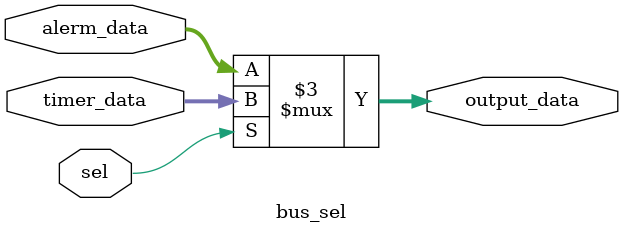
<source format=v>

module bus_sel(sel, timer_data, alerm_data, output_data);

	input sel;
	input [data_width:0] timer_data;
	input [data_width:0] alerm_data;
	output [data_width:0] output_data;

	reg [data_width:0] output_data;

	parameter data_width = 23;

	always @(*)
	begin
		if (sel) // sel = 1, output Timer/Set register data
			output_data = timer_data;
		else // sel = 0, output Alerm register data
			output_data = alerm_data;
	end

endmodule

</source>
